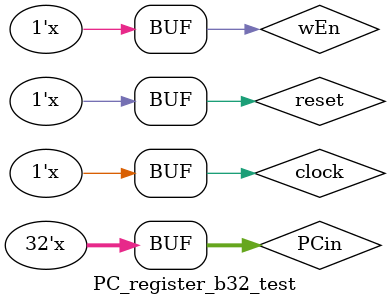
<source format=v>
module PC_register_b32_test;

	// Inputs
	reg clock;
	reg reset;
	reg wEn;
	reg [31:0] PCin;

	// Outputs
	wire [31:0] PCout;

	// Instantiate the Unit Under Test (UUT)
	PC_register_b32 uut (
		.clock(clock), 
		.reset(reset), 
		.wEn(wEn), 
		.PCin(PCin), 
		.PCout(PCout) 
	);

	initial begin
		// Initialize Inputs
		clock = 0;
		reset = 0;
		wEn = 0;
		PCin = 0;
		
		
		#10 reset=1 ;
		#10 reset=0 ; 
		#10 wEn= 1 ;
		#0 PCin= 2; 
		// Wait 100 ns for global reset to finish
		#100;
        
		// Add stimulus here

	end
	always #5 wEn=~wEn;
	always #5 reset=~reset;
	always #5 PCin=~PCin;
	
	always
	#5 clock=~clock ;
      
endmodule 

</source>
